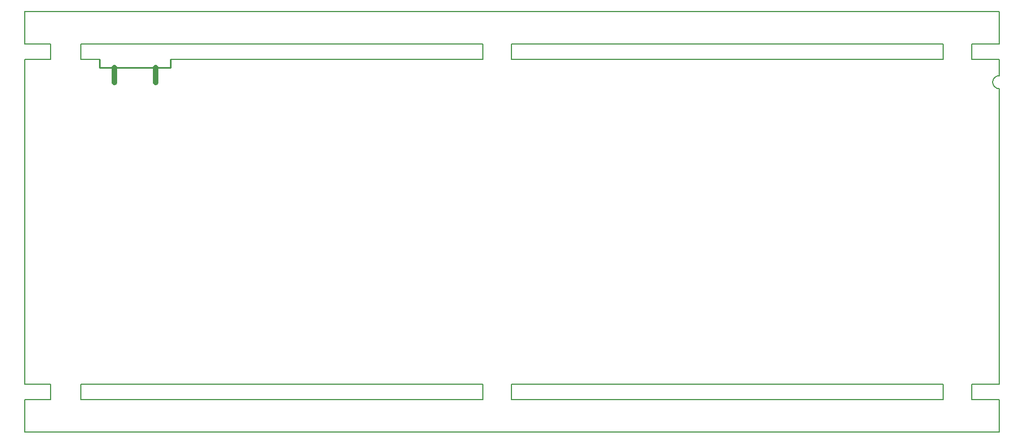
<source format=gm1>
G04*
G04 #@! TF.GenerationSoftware,Altium Limited,Altium Designer,20.0.2 (26)*
G04*
G04 Layer_Color=16711935*
%FSLAX44Y44*%
%MOMM*%
G71*
G01*
G75*
%ADD11C,0.2540*%
%ADD16C,0.1500*%
%ADD89C,0.8000*%
%ADD140C,0.8128*%
D11*
X2083740Y695940D02*
Y708640D01*
X1974520Y695940D02*
Y708640D01*
Y695940D02*
X2083740D01*
D16*
X3359733Y683412D02*
G03*
X3359647Y663419I-292J-9996D01*
G01*
X1859520Y208640D02*
Y366140D01*
X2012620Y208640D02*
X2107227D01*
X3359520D02*
Y472640D01*
X2083740Y708640D02*
X2425520D01*
X1974520Y695940D02*
Y708640D01*
Y695940D02*
X2083740D01*
Y708640D01*
X1859520Y474640D02*
Y708640D01*
Y366140D02*
Y474640D01*
X3359520Y683625D02*
Y708640D01*
Y472767D02*
X3359647Y663419D01*
X1859520Y733057D02*
Y783057D01*
Y782640D02*
X3359520D01*
Y732640D02*
Y782640D01*
X1859520Y134640D02*
Y184640D01*
X3359520Y134640D02*
Y184640D01*
X1859520Y134640D02*
X3359520D01*
X1899520Y200640D02*
Y208640D01*
X1945520Y200640D02*
Y208640D01*
X3343520D02*
X3359520D01*
X2107227D02*
X2229520D01*
X1970061D02*
X2012620D01*
X2229520D02*
X2545320D01*
X1859520D02*
X1899520D01*
X3319520Y184640D02*
X3359520D01*
X1859520D02*
X1899520D01*
X2012620D02*
X2545320D01*
X2564520Y200640D02*
Y208640D01*
X2608520Y200640D02*
Y208640D01*
X3317520Y200640D02*
Y208640D01*
X3273520Y200640D02*
Y208640D01*
X3319520D02*
X3343520D01*
X3256520D02*
X3273520D01*
X2655520Y184640D02*
X3256520D01*
X1945520Y708640D02*
Y716640D01*
X1899520Y708640D02*
Y716640D01*
X2564520Y708640D02*
Y716640D01*
X2608520Y708640D02*
Y716640D01*
X2673720Y732640D02*
X3206420D01*
X3319520D02*
X3359520D01*
X3206420D02*
X3273520D01*
X1859520D02*
X1899520D01*
X3273520Y708640D02*
Y716640D01*
X3317520Y708640D02*
Y716640D01*
X1859520Y708640D02*
X1888270D01*
X1899520D01*
X1974475Y708685D02*
X1974520Y708640D01*
X3319520Y708640D02*
X3343520D01*
X3359520D01*
X2425520D02*
X2564520D01*
X1899520Y716640D02*
Y732640D01*
X1945520Y716640D02*
Y732640D01*
X2564520Y716640D02*
Y732640D01*
X2608520Y716640D02*
Y732640D01*
X3273520Y716640D02*
Y732640D01*
X3317520Y716640D02*
Y732640D01*
X1899520Y184640D02*
Y200640D01*
X1945520Y184640D02*
Y200640D01*
X2564520Y184640D02*
Y200640D01*
X2608520Y184640D02*
Y200640D01*
X3273520Y184640D02*
Y200640D01*
X3317520Y184640D02*
Y200640D01*
X1945520Y732640D02*
X2564520D01*
X1945520Y708685D02*
X1974475D01*
X2608818Y708474D02*
X3273354D01*
X2608521Y732581D02*
X2673661D01*
X1945520Y208640D02*
X1970061D01*
X1945520Y184640D02*
X2012620D01*
X2655520Y208640D02*
X3256520D01*
Y184640D02*
X3273520D01*
X2673661Y732581D02*
X2673720Y732640D01*
X3273354Y708474D02*
X3273520Y708640D01*
X3317520Y732640D02*
X3319520D01*
X3317520Y708640D02*
X3319520D01*
X2545320Y208640D02*
X2564520D01*
X2545320Y184640D02*
X2564520D01*
X2608520Y208640D02*
X2655520D01*
X2608520Y184640D02*
X2655520D01*
X3317520Y208640D02*
X3319520D01*
X3317520Y184640D02*
X3319520D01*
D89*
X1997380Y673080D02*
Y695940D01*
X2060880Y673080D02*
Y695940D01*
D140*
Y673080D02*
Y695940D01*
X1997380Y673080D02*
Y695940D01*
M02*

</source>
